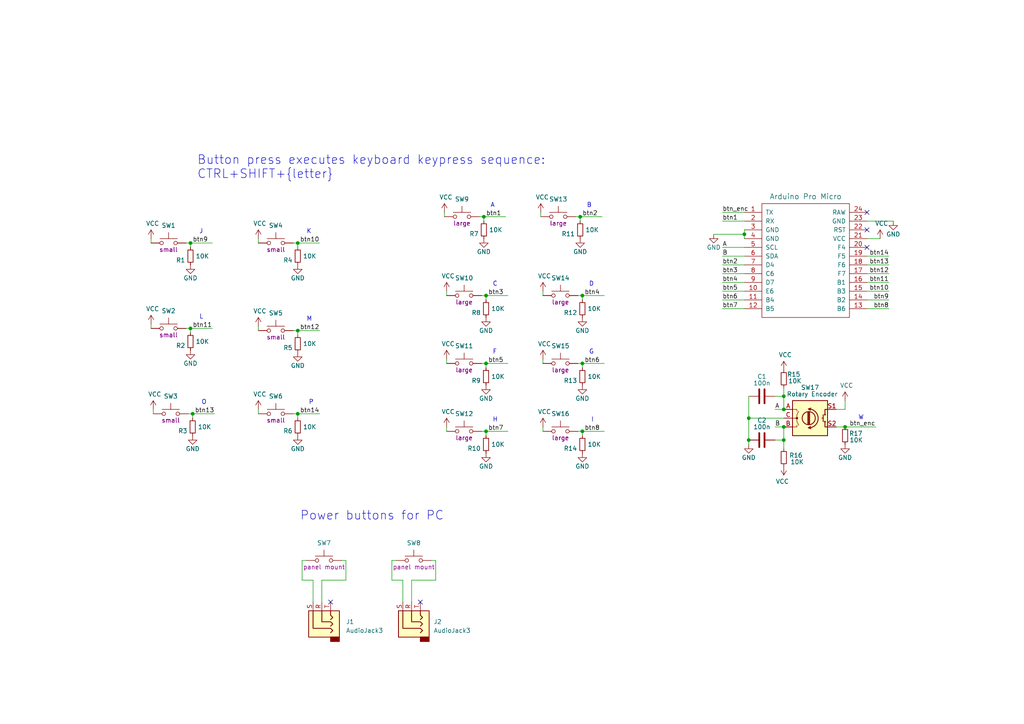
<source format=kicad_sch>
(kicad_sch (version 20211123) (generator eeschema)
  (paper "A4")
  (title_block (title "Progammable Keypad") (date "2022-10-02") (rev "B") (company "Martynas J."))
  (lib_symbols
    (symbol "Connector:AudioJack3"
      (property "Reference" "J" (at 0 8.89 0))
      (property "Value" "AudioJack3" (at 0 6.35 0))
      (symbol "AudioJack3_0_1"
        (rectangle (start -5.08 -5.08) (end -6.35 -2.54) (stroke (width 0.254)) (fill (type outline)))
        (polyline (pts (xy 0 -2.54) (xy 0.635 -3.175) (xy 1.27 -2.54) (xy 2.54 -2.54)) (stroke (width 0.254)))
        (polyline (pts (xy -1.905 -2.54) (xy -1.27 -3.175) (xy -0.635 -2.54) (xy -0.635 0) (xy 2.54 0)) (stroke (width 0.254)))
        (polyline (pts (xy 2.54 2.54) (xy -2.54 2.54) (xy -2.54 -2.54) (xy -3.175 -3.175) (xy -3.81 -2.54)) (stroke (width 0.254)))
        (rectangle (start 2.54 3.81) (end -5.08 -5.08) (stroke (width 0.254)) (fill (type background)))
      )
      (symbol "AudioJack3_1_1"
        (pin passive line (at 5.08 0 180) (length 2.54) (name "~") (number "R"))
        (pin passive line (at 5.08 2.54 180) (length 2.54) (name "~") (number "S"))
        (pin passive line (at 5.08 -2.54 180) (length 2.54) (name "~") (number "T"))
      )
    )
    (symbol "Device:C" (pin_numbers hide) (pin_names (offset 0.254))
      (property "Reference" "C" (at 0.635 2.54 0))
      (property "Value" "C" (at 0.635 -2.54 0))
      (symbol "C_0_1"
        (polyline (pts (xy -2.032 -0.762) (xy 2.032 -0.762)) (stroke (width 0.508)))
        (polyline (pts (xy -2.032 0.762) (xy 2.032 0.762)) (stroke (width 0.508)))
      )
      (symbol "C_1_1"
        (pin passive line (at 0 3.81 270) (length 2.794) (name "~") (number "1"))
        (pin passive line (at 0 -3.81 90) (length 2.794) (name "~") (number "2"))
      )
    )
    (symbol "Device:R_Small" (pin_numbers hide) (pin_names (offset 0.254) hide)
      (property "Reference" "R" (at 0.762 0.508 0))
      (property "Value" "R_Small" (at 0.762 -1.016 0))
      (symbol "R_Small_0_1"
        (rectangle (start -0.762 1.778) (end 0.762 -1.778) (stroke (width 0.2032)))
      )
      (symbol "R_Small_1_1"
        (pin passive line (at 0 2.54 270) (length 0.762) (name "~") (number "1"))
        (pin passive line (at 0 -2.54 90) (length 0.762) (name "~") (number "2"))
      )
    )
    (symbol "Device:Rotary_Encoder_Switch" (pin_names (offset 0.254) hide)
      (property "Reference" "SW" (at 0 6.604 0))
      (property "Value" "Device_Rotary_Encoder_Switch" (at 0 -6.604 0))
      (symbol "Rotary_Encoder_Switch_0_1"
        (rectangle (start -5.08 5.08) (end 5.08 -5.08) (stroke (width 0.254)) (fill (type background)))
        (circle (center -3.81 0) (radius 0.254) (fill (type outline)))
        (arc (start -0.381 -2.794) (mid 2.3622 -0.0508) (end -0.381 2.667) (stroke (width 0.254)))
        (circle (center -0.381 0) (radius 1.905) (stroke (width 0.254)))
        (polyline (pts (xy -0.635 -1.778) (xy -0.635 1.778)) (stroke (width 0.254)))
        (polyline (pts (xy -0.381 -1.778) (xy -0.381 1.778)) (stroke (width 0.254)))
        (polyline (pts (xy -0.127 1.778) (xy -0.127 -1.778)) (stroke (width 0.254)))
        (polyline (pts (xy 3.81 0) (xy 3.429 0)) (stroke (width 0.254)))
        (polyline (pts (xy 3.81 1.016) (xy 3.81 -1.016)) (stroke (width 0.254)))
        (polyline (pts (xy -5.08 -2.54) (xy -3.81 -2.54) (xy -3.81 -2.032)))
        (polyline (pts (xy -5.08 2.54) (xy -3.81 2.54) (xy -3.81 2.032)))
        (polyline (pts (xy 0.254 -3.048) (xy -0.508 -2.794) (xy 0.127 -2.413)) (stroke (width 0.254)))
        (polyline (pts (xy 0.254 2.921) (xy -0.508 2.667) (xy 0.127 2.286)) (stroke (width 0.254)))
        (polyline (pts (xy 5.08 -2.54) (xy 4.318 -2.54) (xy 4.318 -1.016)) (stroke (width 0.254)))
        (polyline (pts (xy 5.08 2.54) (xy 4.318 2.54) (xy 4.318 1.016)) (stroke (width 0.254)))
        (polyline (pts (xy -5.08 0) (xy -3.81 0) (xy -3.81 -1.016) (xy -3.302 -2.032)))
        (polyline (pts (xy -4.318 0) (xy -3.81 0) (xy -3.81 1.016) (xy -3.302 2.032)))
        (circle (center 4.318 -1.016) (radius 0.127) (stroke (width 0.254)))
        (circle (center 4.318 1.016) (radius 0.127) (stroke (width 0.254)))
      )
      (symbol "Rotary_Encoder_Switch_1_1"
        (pin passive line (at -7.62 2.54 0) (length 2.54) (name "A") (number "A"))
        (pin passive line (at -7.62 -2.54 0) (length 2.54) (name "B") (number "B"))
        (pin passive line (at -7.62 0 0) (length 2.54) (name "C") (number "C"))
        (pin passive line (at 7.62 2.54 180) (length 2.54) (name "S1") (number "S1"))
        (pin passive line (at 7.62 -2.54 180) (length 2.54) (name "S2") (number "S2"))
      )
    )
    (symbol "Switch:SW_Push" (pin_numbers hide) (pin_names (offset 1.016) hide)
      (property "Reference" "SW" (at 1.27 2.54 0))
      (property "Value" "SW_Push" (at 0 -1.524 0))
      (symbol "SW_Push_0_1"
        (circle (center -2.032 0) (radius 0.508))
        (polyline (pts (xy 0 1.27) (xy 0 3.048)))
        (polyline (pts (xy 2.54 1.27) (xy -2.54 1.27)))
        (circle (center 2.032 0) (radius 0.508))
        (pin passive line (at -5.08 0 0) (length 2.54) (name "1") (number "1"))
        (pin passive line (at 5.08 0 180) (length 2.54) (name "2") (number "2"))
      )
    )
    (symbol "power:GND" (power) (pin_names (offset 0))
      (property "Value" "GND" (at 0 -3.81 0))
      (symbol "GND_0_1"
        (polyline (pts (xy 0 0) (xy 0 -1.27) (xy 1.27 -1.27) (xy 0 -2.54) (xy -1.27 -1.27) (xy 0 -1.27)))
      )
      (symbol "GND_1_1"
        (pin power_in line (at 0 0 270) (length 0) hide (name "GND") (number "1"))
      )
    )
    (symbol "power:VCC" (power) (pin_names (offset 0))
      (property "Value" "VCC" (at 0 3.81 0))
      (symbol "VCC_0_1"
        (polyline (pts (xy -0.762 1.27) (xy 0 2.54)))
        (polyline (pts (xy 0 0) (xy 0 2.54)))
        (polyline (pts (xy 0 2.54) (xy 0.762 1.27)))
      )
      (symbol "VCC_1_1"
        (pin power_in line (at 0 0 90) (length 0) hide (name "VCC") (number "1"))
      )
    )
    (symbol "promicro:ProMicro" (pin_names (offset 1.016))
      (property "Reference" "U" (at 0 24.13 0))
      (property "Value" "promicro_ProMicro" (at 0 -13.97 0))
      (symbol "ProMicro_0_1"
        (rectangle (start -12.7 21.59) (end 12.7 -11.43))
      )
      (symbol "ProMicro_1_1"
        (pin bidirectional line (at -17.78 19.05 0) (length 5.08) (name "TX") (number "1"))
        (pin bidirectional line (at -17.78 -3.81 0) (length 5.08) (name "E6") (number "10"))
        (pin bidirectional line (at -17.78 -6.35 0) (length 5.08) (name "B4") (number "11"))
        (pin bidirectional line (at -17.78 -8.89 0) (length 5.08) (name "B5") (number "12"))
        (pin bidirectional line (at 17.78 -8.89 180) (length 5.08) (name "B6") (number "13"))
        (pin bidirectional line (at 17.78 -6.35 180) (length 5.08) (name "B2") (number "14"))
        (pin bidirectional line (at 17.78 -3.81 180) (length 5.08) (name "B3") (number "15"))
        (pin bidirectional line (at 17.78 -1.27 180) (length 5.08) (name "B1") (number "16"))
        (pin bidirectional line (at 17.78 1.27 180) (length 5.08) (name "F7") (number "17"))
        (pin bidirectional line (at 17.78 3.81 180) (length 5.08) (name "F6") (number "18"))
        (pin bidirectional line (at 17.78 6.35 180) (length 5.08) (name "F5") (number "19"))
        (pin bidirectional line (at -17.78 16.51 0) (length 5.08) (name "RX") (number "2"))
        (pin bidirectional line (at 17.78 8.89 180) (length 5.08) (name "F4") (number "20"))
        (pin power_in line (at 17.78 11.43 180) (length 5.08) (name "VCC") (number "21"))
        (pin input line (at 17.78 13.97 180) (length 5.08) (name "RST") (number "22"))
        (pin power_in line (at 17.78 16.51 180) (length 5.08) (name "GND") (number "23"))
        (pin power_out line (at 17.78 19.05 180) (length 5.08) (name "RAW") (number "24"))
        (pin power_in line (at -17.78 13.97 0) (length 5.08) (name "GND") (number "3"))
        (pin power_in line (at -17.78 11.43 0) (length 5.08) (name "GND") (number "4"))
        (pin bidirectional line (at -17.78 8.89 0) (length 5.08) (name "SCL") (number "5"))
        (pin bidirectional line (at -17.78 6.35 0) (length 5.08) (name "SDA") (number "6"))
        (pin bidirectional line (at -17.78 3.81 0) (length 5.08) (name "D4") (number "7"))
        (pin bidirectional line (at -17.78 1.27 0) (length 5.08) (name "C6") (number "8"))
        (pin bidirectional line (at -17.78 -1.27 0) (length 5.08) (name "D7") (number "9"))
      )
    )
  )
  (junction (at 86.36 95.885))
  (junction (at 168.91 105.41))
  (junction (at 140.97 105.41))
  (junction (at 86.36 70.485))
  (junction (at 227.33 118.745))
  (junction (at 217.17 127.635))
  (junction (at 168.91 85.725))
  (junction (at 55.88 120.015))
  (junction (at 245.11 123.825))
  (junction (at 55.245 95.25))
  (junction (at 227.33 127.635))
  (junction (at 168.275 62.865))
  (junction (at 168.91 125.095))
  (junction (at 227.33 123.825))
  (junction (at 86.36 120.015))
  (junction (at 227.33 114.935))
  (junction (at 215.9 67.945))
  (junction (at 217.17 121.285))
  (junction (at 140.97 125.095))
  (junction (at 55.245 70.485))
  (junction (at 140.335 62.865))
  (junction (at 140.97 85.725))
  (no_connect (at 251.46 71.755))
  (no_connect (at 251.46 61.595))
  (no_connect (at 251.46 66.675))
  (no_connect (at 95.885 174.625))
  (no_connect (at 121.92 174.625))
  (wire (pts (xy 140.335 62.865) (xy 146.685 62.865)))
  (wire (pts (xy 251.46 84.455) (xy 257.81 84.455)))
  (wire (pts (xy 251.46 74.295) (xy 257.81 74.295)))
  (wire (pts (xy 100.33 168.275) (xy 100.33 162.56)))
  (wire (pts (xy 116.84 168.275) (xy 113.665 168.275)))
  (wire (pts (xy 167.64 85.725) (xy 168.91 85.725)))
  (wire (pts (xy 215.9 71.755) (xy 209.55 71.755)))
  (wire (pts (xy 215.9 89.535) (xy 209.55 89.535)))
  (wire (pts (xy 119.38 168.275) (xy 126.365 168.275)))
  (wire (pts (xy 242.57 118.745) (xy 245.11 118.745)))
  (wire (pts (xy 168.91 85.725) (xy 175.26 85.725)))
  (wire (pts (xy 86.36 121.285) (xy 86.36 120.015)))
  (wire (pts (xy 217.17 121.285) (xy 227.33 121.285)))
  (wire (pts (xy 215.9 74.295) (xy 209.55 74.295)))
  (wire (pts (xy 43.815 93.98) (xy 43.815 95.25)))
  (wire (pts (xy 215.9 69.215) (xy 215.9 67.945)))
  (wire (pts (xy 167.64 105.41) (xy 168.91 105.41)))
  (wire (pts (xy 215.9 67.945) (xy 215.9 66.675)))
  (wire (pts (xy 53.975 70.485) (xy 55.245 70.485)))
  (wire (pts (xy 55.88 120.015) (xy 62.23 120.015)))
  (wire (pts (xy 90.805 174.625) (xy 90.805 168.275)))
  (wire (pts (xy 168.275 64.135) (xy 168.275 62.865)))
  (wire (pts (xy 215.9 76.835) (xy 209.55 76.835)))
  (wire (pts (xy 129.54 123.825) (xy 129.54 125.095)))
  (wire (pts (xy 86.36 70.485) (xy 92.71 70.485)))
  (wire (pts (xy 217.17 128.905) (xy 217.17 127.635)))
  (wire (pts (xy 86.36 71.755) (xy 86.36 70.485)))
  (wire (pts (xy 128.905 61.595) (xy 128.905 62.865)))
  (wire (pts (xy 55.245 70.485) (xy 61.595 70.485)))
  (wire (pts (xy 85.09 70.485) (xy 86.36 70.485)))
  (wire (pts (xy 126.365 162.56) (xy 125.095 162.56)))
  (wire (pts (xy 140.335 64.135) (xy 140.335 62.865)))
  (wire (pts (xy 157.48 84.455) (xy 157.48 85.725)))
  (wire (pts (xy 55.245 95.25) (xy 61.595 95.25)))
  (wire (pts (xy 227.33 112.395) (xy 227.33 114.935)))
  (wire (pts (xy 140.97 85.725) (xy 147.32 85.725)))
  (wire (pts (xy 157.48 123.825) (xy 157.48 125.095)))
  (wire (pts (xy 168.91 106.68) (xy 168.91 105.41)))
  (wire (pts (xy 85.09 95.885) (xy 86.36 95.885)))
  (wire (pts (xy 139.7 105.41) (xy 140.97 105.41)))
  (wire (pts (xy 251.46 69.215) (xy 255.27 69.215)))
  (wire (pts (xy 93.345 174.625) (xy 93.345 168.275)))
  (wire (pts (xy 113.665 168.275) (xy 113.665 162.56)))
  (wire (pts (xy 53.975 95.25) (xy 55.245 95.25)))
  (wire (pts (xy 245.11 118.745) (xy 245.11 116.205)))
  (wire (pts (xy 168.91 105.41) (xy 175.26 105.41)))
  (wire (pts (xy 129.54 104.14) (xy 129.54 105.41)))
  (wire (pts (xy 227.33 127.635) (xy 227.33 123.825)))
  (wire (pts (xy 140.97 125.095) (xy 147.32 125.095)))
  (wire (pts (xy 217.17 121.285) (xy 217.17 114.935)))
  (wire (pts (xy 87.63 162.56) (xy 88.9 162.56)))
  (wire (pts (xy 55.245 96.52) (xy 55.245 95.25)))
  (wire (pts (xy 86.36 120.015) (xy 92.71 120.015)))
  (wire (pts (xy 168.91 86.995) (xy 168.91 85.725)))
  (wire (pts (xy 139.7 85.725) (xy 140.97 85.725)))
  (wire (pts (xy 44.45 118.745) (xy 44.45 120.015)))
  (wire (pts (xy 227.33 130.175) (xy 227.33 127.635)))
  (wire (pts (xy 100.33 162.56) (xy 99.06 162.56)))
  (wire (pts (xy 140.97 86.995) (xy 140.97 85.725)))
  (wire (pts (xy 126.365 168.275) (xy 126.365 162.56)))
  (wire (pts (xy 168.91 126.365) (xy 168.91 125.095)))
  (wire (pts (xy 156.845 61.595) (xy 156.845 62.865)))
  (wire (pts (xy 139.065 62.865) (xy 140.335 62.865)))
  (wire (pts (xy 227.33 123.825) (xy 224.79 123.825)))
  (wire (pts (xy 217.17 127.635) (xy 217.17 121.285)))
  (wire (pts (xy 85.09 120.015) (xy 86.36 120.015)))
  (wire (pts (xy 251.46 76.835) (xy 257.81 76.835)))
  (wire (pts (xy 167.005 62.865) (xy 168.275 62.865)))
  (wire (pts (xy 209.55 61.595) (xy 215.9 61.595)))
  (wire (pts (xy 245.11 123.825) (xy 242.57 123.825)))
  (wire (pts (xy 251.46 79.375) (xy 257.81 79.375)))
  (wire (pts (xy 55.245 71.755) (xy 55.245 70.485)))
  (wire (pts (xy 86.36 95.885) (xy 92.71 95.885)))
  (wire (pts (xy 168.275 62.865) (xy 174.625 62.865)))
  (wire (pts (xy 129.54 84.455) (xy 129.54 85.725)))
  (wire (pts (xy 74.93 118.745) (xy 74.93 120.015)))
  (wire (pts (xy 227.33 118.745) (xy 224.79 118.745)))
  (wire (pts (xy 215.9 79.375) (xy 209.55 79.375)))
  (wire (pts (xy 215.9 64.135) (xy 209.55 64.135)))
  (wire (pts (xy 168.91 125.095) (xy 175.26 125.095)))
  (wire (pts (xy 251.46 89.535) (xy 257.81 89.535)))
  (wire (pts (xy 157.48 104.14) (xy 157.48 105.41)))
  (wire (pts (xy 116.84 174.625) (xy 116.84 168.275)))
  (wire (pts (xy 251.46 81.915) (xy 257.81 81.915)))
  (wire (pts (xy 224.79 114.935) (xy 227.33 114.935)))
  (wire (pts (xy 90.805 168.275) (xy 87.63 168.275)))
  (wire (pts (xy 140.97 126.365) (xy 140.97 125.095)))
  (wire (pts (xy 167.64 125.095) (xy 168.91 125.095)))
  (wire (pts (xy 215.9 67.945) (xy 207.01 67.945)))
  (wire (pts (xy 215.9 81.915) (xy 209.55 81.915)))
  (wire (pts (xy 251.46 64.135) (xy 259.08 64.135)))
  (wire (pts (xy 43.815 69.215) (xy 43.815 70.485)))
  (wire (pts (xy 119.38 168.275) (xy 119.38 174.625)))
  (wire (pts (xy 224.79 127.635) (xy 227.33 127.635)))
  (wire (pts (xy 139.7 125.095) (xy 140.97 125.095)))
  (wire (pts (xy 86.36 97.155) (xy 86.36 95.885)))
  (wire (pts (xy 245.11 123.825) (xy 254 123.825)))
  (wire (pts (xy 87.63 162.56) (xy 87.63 168.275)))
  (wire (pts (xy 93.345 168.275) (xy 100.33 168.275)))
  (wire (pts (xy 140.97 105.41) (xy 147.32 105.41)))
  (wire (pts (xy 251.46 86.995) (xy 257.81 86.995)))
  (wire (pts (xy 227.33 114.935) (xy 227.33 118.745)))
  (wire (pts (xy 113.665 162.56) (xy 114.935 162.56)))
  (wire (pts (xy 215.9 84.455) (xy 209.55 84.455)))
  (wire (pts (xy 55.88 121.285) (xy 55.88 120.015)))
  (wire (pts (xy 54.61 120.015) (xy 55.88 120.015)))
  (wire (pts (xy 74.93 94.615) (xy 74.93 95.885)))
  (wire (pts (xy 215.9 86.995) (xy 209.55 86.995)))
  (wire (pts (xy 140.97 106.68) (xy 140.97 105.41)))
  (wire (pts (xy 74.93 69.215) (xy 74.93 70.485)))
  (text "H" (at 142.875 122.555 0) (effects (font (size 1.27 1.27)) (justify left bottom)))
  (text "L" (at 57.785 92.71 0) (effects (font (size 1.27 1.27)) (justify left bottom)))
  (text "P" (at 89.535 117.475 0) (effects (font (size 1.27 1.27)) (justify left bottom)))
  (text "C" (at 142.875 83.185 0) (effects (font (size 1.27 1.27)) (justify left bottom)))
  (text "D" (at 170.815 83.185 0) (effects (font (size 1.27 1.27)) (justify left bottom)))
  (text "M" (at 88.9 93.345 0) (effects (font (size 1.27 1.27)) (justify left bottom)))
  (text "J" (at 57.785 67.945 0) (effects (font (size 1.27 1.27)) (justify left bottom)))
  (text "K" (at 88.9 67.945 0) (effects (font (size 1.27 1.27)) (justify left bottom)))
  (text "A" (at 142.24 60.325 0) (effects (font (size 1.27 1.27)) (justify left bottom)))
  (text "O" (at 58.42 117.475 0) (effects (font (size 1.27 1.27)) (justify left bottom)))
  (text "I" (at 171.45 122.555 0) (effects (font (size 1.27 1.27)) (justify left bottom)))
  (text "Button press executes keyboard keypress sequence:\nCTRL+SHIFT+{letter}" (at 57.15 52.07 0) (effects (font (size 2.54 2.54)) (justify left bottom)))
  (text "F" (at 142.875 102.87 0) (effects (font (size 1.27 1.27)) (justify left bottom)))
  (text "B" (at 170.18 60.325 0) (effects (font (size 1.27 1.27)) (justify left bottom)))
  (text "G" (at 170.815 102.87 0) (effects (font (size 1.27 1.27)) (justify left bottom)))
  (text "W" (at 248.92 121.92 0) (effects (font (size 1.27 1.27)) (justify left bottom)))
  (text "Power buttons for PC" (at 86.995 151.13 0) (effects (font (size 2.54 2.54)) (justify left bottom)))
  (label "btn6" (at 169.545 105.41 0))
  (label "btn14" (at 86.995 120.015 0))
  (label "btn10" (at 86.995 70.485 0))
  (label "btn9" (at 55.88 70.485 0))
  (label "btn9" (at 257.81 86.995 180))
  (label "btn4" (at 169.545 85.725 0))
  (label "btn10" (at 257.81 84.455 180))
  (label "btn6" (at 209.55 86.995 0))
  (label "btn1" (at 140.97 62.865 0))
  (label "btn_enc" (at 246.38 123.825 0))
  (label "btn13" (at 56.515 120.015 0))
  (label "btn7" (at 141.605 125.095 0))
  (label "btn2" (at 168.91 62.865 0))
  (label "btn_enc" (at 209.55 61.595 0))
  (label "B" (at 209.55 74.295 0))
  (label "btn5" (at 209.55 84.455 0))
  (label "btn11" (at 55.88 95.25 0))
  (label "btn1" (at 209.55 64.135 0))
  (label "btn4" (at 209.55 81.915 0))
  (label "btn7" (at 209.55 89.535 0))
  (label "btn8" (at 169.545 125.095 0))
  (label "btn8" (at 257.81 89.535 180))
  (label "btn3" (at 209.55 79.375 0))
  (label "btn11" (at 257.81 81.915 180))
  (label "btn12" (at 86.995 95.885 0))
  (label "btn12" (at 257.81 79.375 180))
  (label "A" (at 209.55 71.755 0))
  (label "btn14" (at 257.81 74.295 180))
  (label "B" (at 224.79 123.825 0))
  (label "btn5" (at 141.605 105.41 0))
  (label "btn2" (at 209.55 76.835 0))
  (label "btn3" (at 141.605 85.725 0))
  (label "btn13" (at 257.81 76.835 180))
  (label "A" (at 224.79 118.745 0))
  (symbol (lib_id "power:VCC") (at 74.93 94.615 0) (unit 1)
    (property "Reference" "#PWR08" (effects hide))
    (property "Value" "VCC" (at 75.3618 90.2208 0))
  )
  (symbol (lib_id "power:VCC") (at 157.48 104.14 0) (unit 1)
    (property "Reference" "#PWR023" (effects hide))
    (property "Value" "VCC" (at 157.9118 99.7458 0))
  )
  (symbol (lib_id "Connector:AudioJack3") (at 119.38 179.705 90) (unit 1)
    (property "Reference" "J2" (at 125.73 180.3399 90) (effects (justify right)))
    (property "Value" "AudioJack3" (at 125.73 182.8799 90) (effects (justify right)))
    (property "Footprint" "my:Jack_3.5mm_custom-SMT_Horizontal" (effects hide))
  )
  (symbol (lib_id "power:VCC") (at 74.93 118.745 0) (unit 1)
    (property "Reference" "#PWR09" (effects hide))
    (property "Value" "VCC" (at 75.3618 114.3508 0))
  )
  (symbol (lib_id "power:GND") (at 86.36 76.835 0) (unit 1)
    (property "Reference" "#PWR010" (effects hide))
    (property "Value" "GND" (at 86.36 80.645 0))
  )
  (symbol (lib_id "power:VCC") (at 157.48 123.825 0) (unit 1)
    (property "Reference" "#PWR024" (effects hide))
    (property "Value" "VCC" (at 157.9118 119.4308 0))
  )
  (symbol (lib_id "power:VCC") (at 227.33 135.255 180) (unit 1)
    (property "Reference" "#PWR032" (effects hide))
    (property "Value" "VCC" (at 226.8982 139.6492 0))
  )
  (symbol (lib_id "Device:R_Small") (at 55.88 123.825 180) (unit 1)
    (property "Reference" "R3" (at 54.3814 124.9934 0) (effects (justify left)))
    (property "Value" "10K" (at 57.3786 123.825 0) (effects (justify right)))
    (property "Footprint" "Resistor_SMD:R_0805_2012Metric" (effects hide))
  )
  (symbol (lib_id "Device:R_Small") (at 140.97 128.905 180) (unit 1)
    (property "Reference" "R10" (at 139.4714 130.0734 0) (effects (justify left)))
    (property "Value" "10K" (at 142.4686 128.905 0) (effects (justify right)))
    (property "Footprint" "Resistor_SMD:R_0805_2012Metric" (effects hide))
  )
  (symbol (lib_id "Device:R_Small") (at 168.91 89.535 180) (unit 1)
    (property "Reference" "R12" (at 167.4114 90.7034 0) (effects (justify left)))
    (property "Value" "10K" (at 170.4086 89.535 0) (effects (justify right)))
    (property "Footprint" "Resistor_SMD:R_0805_2012Metric" (effects hide))
  )
  (symbol (lib_id "power:GND") (at 259.08 64.135 0) (unit 1)
    (property "Reference" "#PWR036" (effects hide))
    (property "Value" "GND" (at 259.08 67.945 0))
  )
  (symbol (lib_id "Device:R_Small") (at 86.36 123.825 180) (unit 1)
    (property "Reference" "R6" (at 84.8614 124.9934 0) (effects (justify left)))
    (property "Value" "10K" (at 87.8586 123.825 0) (effects (justify right)))
    (property "Footprint" "Resistor_SMD:R_0805_2012Metric" (effects hide))
  )
  (symbol (lib_id "power:VCC") (at 128.905 61.595 0) (unit 1)
    (property "Reference" "#PWR013" (effects hide))
    (property "Value" "VCC" (at 129.3368 57.2008 0))
  )
  (symbol (lib_id "power:VCC") (at 157.48 84.455 0) (unit 1)
    (property "Reference" "#PWR022" (effects hide))
    (property "Value" "VCC" (at 157.9118 80.0608 0))
  )
  (symbol (lib_id "Device:R_Small") (at 55.245 99.06 180) (unit 1)
    (property "Reference" "R2" (at 53.7464 100.2284 0) (effects (justify left)))
    (property "Value" "10K" (at 56.7436 99.06 0) (effects (justify right)))
    (property "Footprint" "Resistor_SMD:R_0805_2012Metric" (effects hide))
  )
  (symbol (lib_id "Switch:SW_Push") (at 80.01 120.015 0) (unit 1)
    (property "Reference" "SW6" (at 80.01 114.935 0))
    (property "Value" "SW_Push" (effects hide))
    (property "Footprint" "Button_Switch_SMD:SW_SPST_PTS645" (effects hide))
    (property "size" "small" (at 80.01 121.92 0))
  )
  (symbol (lib_id "Switch:SW_Push") (at 120.015 162.56 0) (unit 1)
    (property "Reference" "SW8" (at 120.015 157.48 0))
    (property "Value" "SW_Push" (effects hide))
    (property "Footprint" "my:SW_SPST_button_panel-mount-12mm" (effects hide))
    (property "size" "panel mount" (at 120.015 164.465 0))
  )
  (symbol (lib_id "Switch:SW_Push") (at 80.01 70.485 0) (unit 1)
    (property "Reference" "SW4" (at 80.01 65.405 0))
    (property "Value" "SW_Push" (effects hide))
    (property "Footprint" "Button_Switch_SMD:SW_SPST_PTS645" (effects hide))
    (property "size" "small" (at 80.01 72.39 0))
  )
  (symbol (lib_id "power:VCC") (at 227.33 107.315 0) (unit 1)
    (property "Reference" "#PWR031" (effects hide))
    (property "Value" "VCC" (at 227.7618 102.9208 0))
  )
  (symbol (lib_id "power:GND") (at 140.335 69.215 0) (unit 1)
    (property "Reference" "#PWR017" (effects hide))
    (property "Value" "GND" (at 140.335 73.025 0))
  )
  (symbol (lib_id "power:GND") (at 217.17 128.905 0) (unit 1)
    (property "Reference" "#PWR030" (effects hide))
    (property "Value" "GND" (at 217.17 132.715 0))
  )
  (symbol (lib_id "power:GND") (at 86.36 126.365 0) (unit 1)
    (property "Reference" "#PWR012" (effects hide))
    (property "Value" "GND" (at 86.36 130.175 0))
  )
  (symbol (lib_id "Device:R_Small") (at 227.33 132.715 180) (unit 1)
    (property "Reference" "R16" (at 232.8164 132.08 0) (effects (justify left)))
    (property "Value" "10K" (at 229.235 133.985 0) (effects (justify right)))
    (property "Footprint" "Resistor_SMD:R_0805_2012Metric" (effects hide))
  )
  (symbol (lib_id "Device:R_Small") (at 245.11 126.365 180) (unit 1)
    (property "Reference" "R17" (at 250.19 125.73 0) (effects (justify left)))
    (property "Value" "10K" (at 246.38 127.635 0) (effects (justify right)))
    (property "Footprint" "Resistor_SMD:R_0805_2012Metric" (effects hide))
  )
  (symbol (lib_id "Device:R_Small") (at 86.36 74.295 180) (unit 1)
    (property "Reference" "R4" (at 84.8614 75.4634 0) (effects (justify left)))
    (property "Value" "10K" (at 87.8586 74.295 0) (effects (justify right)))
    (property "Footprint" "Resistor_SMD:R_0805_2012Metric" (effects hide))
  )
  (symbol (lib_id "power:GND") (at 245.11 128.905 0) (unit 1)
    (property "Reference" "#PWR034" (effects hide))
    (property "Value" "GND" (at 245.11 132.715 0))
  )
  (symbol (lib_id "power:VCC") (at 43.815 69.215 0) (unit 1)
    (property "Reference" "#PWR01" (effects hide))
    (property "Value" "VCC" (at 44.2468 64.8208 0))
  )
  (symbol (lib_id "Switch:SW_Push") (at 93.98 162.56 0) (unit 1)
    (property "Reference" "SW7" (at 93.98 157.48 0))
    (property "Value" "SW_Push" (effects hide))
    (property "Footprint" "my:SW_SPST_button_panel-mount-12mm" (effects hide))
    (property "size" "panel mount" (at 93.98 164.465 0))
  )
  (symbol (lib_id "Switch:SW_Push") (at 80.01 95.885 0) (unit 1)
    (property "Reference" "SW5" (at 80.01 90.805 0))
    (property "Value" "SW_Push" (effects hide))
    (property "Footprint" "Button_Switch_SMD:SW_SPST_PTS645" (effects hide))
    (property "size" "small" (at 80.01 97.79 0))
  )
  (symbol (lib_id "power:GND") (at 140.97 92.075 0) (unit 1)
    (property "Reference" "#PWR018" (effects hide))
    (property "Value" "GND" (at 140.97 95.885 0))
  )
  (symbol (lib_id "Device:R_Small") (at 168.275 66.675 180) (unit 1)
    (property "Reference" "R11" (at 166.7764 67.8434 0) (effects (justify left)))
    (property "Value" "10K" (at 169.7736 66.675 0) (effects (justify right)))
    (property "Footprint" "Resistor_SMD:R_0805_2012Metric" (effects hide))
  )
  (symbol (lib_id "Device:C") (at 220.98 114.935 270) (unit 1)
    (property "Reference" "C1" (at 220.98 109.22 90))
    (property "Value" "100n" (at 220.98 111.125 90))
    (property "Footprint" "Capacitor_SMD:C_0805_2012Metric" (effects hide))
  )
  (symbol (lib_id "Device:R_Small") (at 86.36 99.695 180) (unit 1)
    (property "Reference" "R5" (at 84.8614 100.8634 0) (effects (justify left)))
    (property "Value" "10K" (at 87.8586 99.695 0) (effects (justify right)))
    (property "Footprint" "Resistor_SMD:R_0805_2012Metric" (effects hide))
  )
  (symbol (lib_id "power:GND") (at 55.245 101.6 0) (unit 1)
    (property "Reference" "#PWR05" (effects hide))
    (property "Value" "GND" (at 55.245 105.41 0))
  )
  (symbol (lib_id "Switch:SW_Push") (at 134.62 125.095 0) (unit 1)
    (property "Reference" "SW12" (at 134.62 120.015 0))
    (property "Value" "SW_Push" (effects hide))
    (property "Footprint" "my:SW_SPST_button_12x12_smd" (effects hide))
    (property "size" "large" (at 134.62 127 0))
  )
  (symbol (lib_id "power:GND") (at 168.275 69.215 0) (unit 1)
    (property "Reference" "#PWR025" (effects hide))
    (property "Value" "GND" (at 168.275 73.025 0))
  )
  (symbol (lib_id "Device:R_Small") (at 55.245 74.295 180) (unit 1)
    (property "Reference" "R1" (at 53.7464 75.4634 0) (effects (justify left)))
    (property "Value" "10K" (at 56.7436 74.295 0) (effects (justify right)))
    (property "Footprint" "Resistor_SMD:R_0805_2012Metric" (effects hide))
  )
  (symbol (lib_id "Switch:SW_Push") (at 49.53 120.015 0) (unit 1)
    (property "Reference" "SW3" (at 49.53 114.935 0))
    (property "Value" "SW_Push" (effects hide))
    (property "Footprint" "Button_Switch_SMD:SW_SPST_PTS645" (effects hide))
    (property "size" "small" (at 49.53 121.92 0))
  )
  (symbol (lib_id "Device:R_Small") (at 140.97 109.22 180) (unit 1)
    (property "Reference" "R9" (at 139.4714 110.3884 0) (effects (justify left)))
    (property "Value" "10K" (at 142.4686 109.22 0) (effects (justify right)))
    (property "Footprint" "Resistor_SMD:R_0805_2012Metric" (effects hide))
  )
  (symbol (lib_id "power:VCC") (at 255.27 69.215 0) (unit 1)
    (property "Reference" "#PWR035" (effects hide))
    (property "Value" "VCC" (at 255.7018 64.8208 0))
  )
  (symbol (lib_id "power:GND") (at 140.97 111.76 0) (unit 1)
    (property "Reference" "#PWR019" (effects hide))
    (property "Value" "GND" (at 140.97 115.57 0))
  )
  (symbol (lib_id "Device:R_Small") (at 168.91 128.905 180) (unit 1)
    (property "Reference" "R14" (at 167.4114 130.0734 0) (effects (justify left)))
    (property "Value" "10K" (at 170.4086 128.905 0) (effects (justify right)))
    (property "Footprint" "Resistor_SMD:R_0805_2012Metric" (effects hide))
  )
  (symbol (lib_id "Switch:SW_Push") (at 162.56 105.41 0) (unit 1)
    (property "Reference" "SW15" (at 162.56 100.33 0))
    (property "Value" "SW_Push" (effects hide))
    (property "Footprint" "my:SW_SPST_button_12x12_smd" (effects hide))
    (property "size" "large" (at 162.56 107.315 0))
  )
  (symbol (lib_id "Device:R_Small") (at 140.97 89.535 180) (unit 1)
    (property "Reference" "R8" (at 139.4714 90.7034 0) (effects (justify left)))
    (property "Value" "10K" (at 142.4686 89.535 0) (effects (justify right)))
    (property "Footprint" "Resistor_SMD:R_0805_2012Metric" (effects hide))
  )
  (symbol (lib_id "power:VCC") (at 129.54 123.825 0) (unit 1)
    (property "Reference" "#PWR016" (effects hide))
    (property "Value" "VCC" (at 129.9718 119.4308 0))
  )
  (symbol (lib_id "power:VCC") (at 44.45 118.745 0) (unit 1)
    (property "Reference" "#PWR03" (effects hide))
    (property "Value" "VCC" (at 44.8818 114.3508 0))
  )
  (symbol (lib_id "power:VCC") (at 129.54 104.14 0) (unit 1)
    (property "Reference" "#PWR015" (effects hide))
    (property "Value" "VCC" (at 129.9718 99.7458 0))
  )
  (symbol (lib_id "Switch:SW_Push") (at 48.895 70.485 0) (unit 1)
    (property "Reference" "SW1" (at 48.895 65.405 0))
    (property "Value" "SW_Push" (effects hide))
    (property "Footprint" "Button_Switch_SMD:SW_SPST_PTS645" (effects hide))
    (property "size" "small" (at 48.895 72.39 0))
  )
  (symbol (lib_id "power:GND") (at 168.91 92.075 0) (unit 1)
    (property "Reference" "#PWR026" (effects hide))
    (property "Value" "GND" (at 168.91 95.885 0))
  )
  (symbol (lib_id "power:GND") (at 55.88 126.365 0) (unit 1)
    (property "Reference" "#PWR06" (effects hide))
    (property "Value" "GND" (at 55.88 130.175 0))
  )
  (symbol (lib_id "power:GND") (at 140.97 131.445 0) (unit 1)
    (property "Reference" "#PWR020" (effects hide))
    (property "Value" "GND" (at 140.97 135.255 0))
  )
  (symbol (lib_id "Connector:AudioJack3") (at 93.345 179.705 90) (unit 1)
    (property "Reference" "J1" (at 100.33 180.3399 90) (effects (justify right)))
    (property "Value" "AudioJack3" (at 100.33 182.8799 90) (effects (justify right)))
    (property "Footprint" "my:Jack_3.5mm_custom-SMT_Horizontal" (effects hide))
  )
  (symbol (lib_id "Device:C") (at 220.98 127.635 270) (unit 1)
    (property "Reference" "C2" (at 220.98 121.92 90))
    (property "Value" "100n" (at 220.98 123.825 90))
    (property "Footprint" "Capacitor_SMD:C_0805_2012Metric" (effects hide))
  )
  (symbol (lib_id "Switch:SW_Push") (at 48.895 95.25 0) (unit 1)
    (property "Reference" "SW2" (at 48.895 90.17 0))
    (property "Value" "SW_Push" (effects hide))
    (property "Footprint" "Button_Switch_SMD:SW_SPST_PTS645" (effects hide))
    (property "size" "small" (at 48.895 97.155 0))
  )
  (symbol (lib_id "Switch:SW_Push") (at 133.985 62.865 0) (unit 1)
    (property "Reference" "SW9" (at 133.985 57.785 0))
    (property "Value" "SW_Push" (effects hide))
    (property "Footprint" "my:SW_SPST_button_12x12_smd" (effects hide))
    (property "size" "large" (at 133.985 64.77 0))
  )
  (symbol (lib_id "power:VCC") (at 129.54 84.455 0) (unit 1)
    (property "Reference" "#PWR014" (effects hide))
    (property "Value" "VCC" (at 129.9718 80.0608 0))
  )
  (symbol (lib_id "Device:Rotary_Encoder_Switch") (at 234.95 121.285 0) (unit 1)
    (property "Reference" "SW17" (at 234.95 112.395 0))
    (property "Value" "Rotary Encoder" (at 235.585 114.3 0))
    (property "Footprint" "my:RotaryEncoder_custom" (effects hide))
  )
  (symbol (lib_id "Switch:SW_Push") (at 162.56 125.095 0) (unit 1)
    (property "Reference" "SW16" (at 162.56 120.015 0))
    (property "Value" "SW_Push" (effects hide))
    (property "Footprint" "my:SW_SPST_button_12x12_smd" (effects hide))
    (property "size" "large" (at 162.56 127 0))
  )
  (symbol (lib_id "Switch:SW_Push") (at 134.62 85.725 0) (unit 1)
    (property "Reference" "SW10" (at 134.62 80.645 0))
    (property "Value" "SW_Push" (effects hide))
    (property "Footprint" "my:SW_SPST_button_12x12_smd" (effects hide))
    (property "size" "large" (at 134.62 87.63 0))
  )
  (symbol (lib_id "Switch:SW_Push") (at 162.56 85.725 0) (unit 1)
    (property "Reference" "SW14" (at 162.56 80.645 0))
    (property "Value" "SW_Push" (effects hide))
    (property "Footprint" "my:SW_SPST_button_12x12_smd" (effects hide))
    (property "size" "large" (at 162.56 87.63 0))
  )
  (symbol (lib_id "promicro:ProMicro") (at 233.68 80.645 0) (unit 1)
    (property "Reference" "U1" (effects hide))
    (property "Value" "Arduino Pro Micro" (at 233.68 56.9976 0) (effects (font (size 1.524 1.524))))
    (property "Footprint" "promicro:ProMicro-SMD" (effects hide))
  )
  (symbol (lib_id "Switch:SW_Push") (at 161.925 62.865 0) (unit 1)
    (property "Reference" "SW13" (at 161.925 57.785 0))
    (property "Value" "SW_Push" (effects hide))
    (property "Footprint" "my:SW_SPST_button_12x12_smd" (effects hide))
    (property "size" "large" (at 161.925 64.77 0))
  )
  (symbol (lib_id "power:VCC") (at 43.815 93.98 0) (unit 1)
    (property "Reference" "#PWR02" (effects hide))
    (property "Value" "VCC" (at 44.2468 89.5858 0))
  )
  (symbol (lib_id "power:VCC") (at 245.11 116.205 0) (unit 1)
    (property "Reference" "#PWR033" (effects hide))
    (property "Value" "VCC" (at 245.5418 111.8108 0))
  )
  (symbol (lib_id "power:GND") (at 168.91 131.445 0) (unit 1)
    (property "Reference" "#PWR028" (effects hide))
    (property "Value" "GND" (at 168.91 135.255 0))
  )
  (symbol (lib_id "Switch:SW_Push") (at 134.62 105.41 0) (unit 1)
    (property "Reference" "SW11" (at 134.62 100.33 0))
    (property "Value" "SW_Push" (effects hide))
    (property "Footprint" "my:SW_SPST_button_12x12_smd" (effects hide))
    (property "size" "large" (at 134.62 107.315 0))
  )
  (symbol (lib_id "Device:R_Small") (at 227.33 109.855 180) (unit 1)
    (property "Reference" "R15" (at 232.1814 108.585 0) (effects (justify left)))
    (property "Value" "10K" (at 228.6 110.49 0) (effects (justify right)))
    (property "Footprint" "Resistor_SMD:R_0805_2012Metric" (effects hide))
  )
  (symbol (lib_id "power:GND") (at 55.245 76.835 0) (unit 1)
    (property "Reference" "#PWR04" (effects hide))
    (property "Value" "GND" (at 55.245 80.645 0))
  )
  (symbol (lib_id "power:VCC") (at 156.845 61.595 0) (unit 1)
    (property "Reference" "#PWR021" (effects hide))
    (property "Value" "VCC" (at 157.2768 57.2008 0))
  )
  (symbol (lib_id "power:VCC") (at 74.93 69.215 0) (unit 1)
    (property "Reference" "#PWR07" (effects hide))
    (property "Value" "VCC" (at 75.3618 64.8208 0))
  )
  (symbol (lib_id "power:GND") (at 168.91 111.76 0) (unit 1)
    (property "Reference" "#PWR027" (effects hide))
    (property "Value" "GND" (at 168.91 115.57 0))
  )
  (symbol (lib_id "power:GND") (at 86.36 102.235 0) (unit 1)
    (property "Reference" "#PWR011" (effects hide))
    (property "Value" "GND" (at 86.36 106.045 0))
  )
  (symbol (lib_id "power:GND") (at 207.01 67.945 0) (unit 1)
    (property "Reference" "#PWR029" (effects hide))
    (property "Value" "GND" (at 207.01 71.755 0))
  )
  (symbol (lib_id "Device:R_Small") (at 168.91 109.22 180) (unit 1)
    (property "Reference" "R13" (at 167.4114 110.3884 0) (effects (justify left)))
    (property "Value" "10K" (at 170.4086 109.22 0) (effects (justify right)))
    (property "Footprint" "Resistor_SMD:R_0805_2012Metric" (effects hide))
  )
  (symbol (lib_id "Device:R_Small") (at 140.335 66.675 180) (unit 1)
    (property "Reference" "R7" (at 138.8364 67.8434 0) (effects (justify left)))
    (property "Value" "10K" (at 141.8336 66.675 0) (effects (justify right)))
    (property "Footprint" "Resistor_SMD:R_0805_2012Metric" (effects hide))
  )
)
</source>
